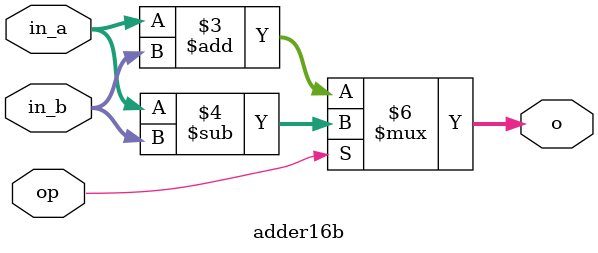
<source format=v>
module adder16b(
   input [15:0] in_a,
	input [15:0] in_b,
	input op,
		
	output reg [15:0] o
   );
	
	always @ (in_a, in_b, op) begin
		if(op == 0) begin
			o = in_a + in_b;
		end else begin
			o = in_a - in_b;
		end
	end

endmodule

</source>
